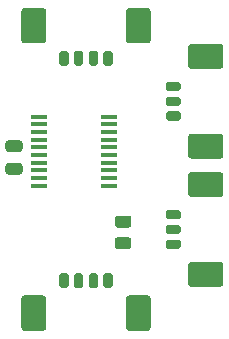
<source format=gbr>
%TF.GenerationSoftware,KiCad,Pcbnew,(5.1.6)-1*%
%TF.CreationDate,2020-12-06T01:56:03+01:00*%
%TF.ProjectId,HorticultureSensor,486f7274-6963-4756-9c74-75726553656e,1.0*%
%TF.SameCoordinates,Original*%
%TF.FileFunction,Paste,Top*%
%TF.FilePolarity,Positive*%
%FSLAX46Y46*%
G04 Gerber Fmt 4.6, Leading zero omitted, Abs format (unit mm)*
G04 Created by KiCad (PCBNEW (5.1.6)-1) date 2020-12-06 01:56:03*
%MOMM*%
%LPD*%
G01*
G04 APERTURE LIST*
%ADD10R,1.450000X0.450000*%
G04 APERTURE END LIST*
%TO.C,J3*%
G36*
G01*
X168866000Y-132632000D02*
X166366000Y-132632000D01*
G75*
G02*
X166116000Y-132382000I0J250000D01*
G01*
X166116000Y-130782000D01*
G75*
G02*
X166366000Y-130532000I250000J0D01*
G01*
X168866000Y-130532000D01*
G75*
G02*
X169116000Y-130782000I0J-250000D01*
G01*
X169116000Y-132382000D01*
G75*
G02*
X168866000Y-132632000I-250000J0D01*
G01*
G37*
G36*
G01*
X168866000Y-140232000D02*
X166366000Y-140232000D01*
G75*
G02*
X166116000Y-139982000I0J250000D01*
G01*
X166116000Y-138382000D01*
G75*
G02*
X166366000Y-138132000I250000J0D01*
G01*
X168866000Y-138132000D01*
G75*
G02*
X169116000Y-138382000I0J-250000D01*
G01*
X169116000Y-139982000D01*
G75*
G02*
X168866000Y-140232000I-250000J0D01*
G01*
G37*
G36*
G01*
X165316000Y-134532000D02*
X164416000Y-134532000D01*
G75*
G02*
X164216000Y-134332000I0J200000D01*
G01*
X164216000Y-133932000D01*
G75*
G02*
X164416000Y-133732000I200000J0D01*
G01*
X165316000Y-133732000D01*
G75*
G02*
X165516000Y-133932000I0J-200000D01*
G01*
X165516000Y-134332000D01*
G75*
G02*
X165316000Y-134532000I-200000J0D01*
G01*
G37*
G36*
G01*
X165316000Y-135782000D02*
X164416000Y-135782000D01*
G75*
G02*
X164216000Y-135582000I0J200000D01*
G01*
X164216000Y-135182000D01*
G75*
G02*
X164416000Y-134982000I200000J0D01*
G01*
X165316000Y-134982000D01*
G75*
G02*
X165516000Y-135182000I0J-200000D01*
G01*
X165516000Y-135582000D01*
G75*
G02*
X165316000Y-135782000I-200000J0D01*
G01*
G37*
G36*
G01*
X165316000Y-137032000D02*
X164416000Y-137032000D01*
G75*
G02*
X164216000Y-136832000I0J200000D01*
G01*
X164216000Y-136432000D01*
G75*
G02*
X164416000Y-136232000I200000J0D01*
G01*
X165316000Y-136232000D01*
G75*
G02*
X165516000Y-136432000I0J-200000D01*
G01*
X165516000Y-136832000D01*
G75*
G02*
X165316000Y-137032000I-200000J0D01*
G01*
G37*
%TD*%
%TO.C,J4*%
G36*
G01*
X160855000Y-143720000D02*
X160855000Y-141220000D01*
G75*
G02*
X161105000Y-140970000I250000J0D01*
G01*
X162705000Y-140970000D01*
G75*
G02*
X162955000Y-141220000I0J-250000D01*
G01*
X162955000Y-143720000D01*
G75*
G02*
X162705000Y-143970000I-250000J0D01*
G01*
X161105000Y-143970000D01*
G75*
G02*
X160855000Y-143720000I0J250000D01*
G01*
G37*
G36*
G01*
X152005000Y-143720000D02*
X152005000Y-141220000D01*
G75*
G02*
X152255000Y-140970000I250000J0D01*
G01*
X153855000Y-140970000D01*
G75*
G02*
X154105000Y-141220000I0J-250000D01*
G01*
X154105000Y-143720000D01*
G75*
G02*
X153855000Y-143970000I-250000J0D01*
G01*
X152255000Y-143970000D01*
G75*
G02*
X152005000Y-143720000I0J250000D01*
G01*
G37*
G36*
G01*
X158955000Y-140170000D02*
X158955000Y-139270000D01*
G75*
G02*
X159155000Y-139070000I200000J0D01*
G01*
X159555000Y-139070000D01*
G75*
G02*
X159755000Y-139270000I0J-200000D01*
G01*
X159755000Y-140170000D01*
G75*
G02*
X159555000Y-140370000I-200000J0D01*
G01*
X159155000Y-140370000D01*
G75*
G02*
X158955000Y-140170000I0J200000D01*
G01*
G37*
G36*
G01*
X157705000Y-140170000D02*
X157705000Y-139270000D01*
G75*
G02*
X157905000Y-139070000I200000J0D01*
G01*
X158305000Y-139070000D01*
G75*
G02*
X158505000Y-139270000I0J-200000D01*
G01*
X158505000Y-140170000D01*
G75*
G02*
X158305000Y-140370000I-200000J0D01*
G01*
X157905000Y-140370000D01*
G75*
G02*
X157705000Y-140170000I0J200000D01*
G01*
G37*
G36*
G01*
X156455000Y-140170000D02*
X156455000Y-139270000D01*
G75*
G02*
X156655000Y-139070000I200000J0D01*
G01*
X157055000Y-139070000D01*
G75*
G02*
X157255000Y-139270000I0J-200000D01*
G01*
X157255000Y-140170000D01*
G75*
G02*
X157055000Y-140370000I-200000J0D01*
G01*
X156655000Y-140370000D01*
G75*
G02*
X156455000Y-140170000I0J200000D01*
G01*
G37*
G36*
G01*
X155205000Y-140170000D02*
X155205000Y-139270000D01*
G75*
G02*
X155405000Y-139070000I200000J0D01*
G01*
X155805000Y-139070000D01*
G75*
G02*
X156005000Y-139270000I0J-200000D01*
G01*
X156005000Y-140170000D01*
G75*
G02*
X155805000Y-140370000I-200000J0D01*
G01*
X155405000Y-140370000D01*
G75*
G02*
X155205000Y-140170000I0J200000D01*
G01*
G37*
%TD*%
%TO.C,J1*%
G36*
G01*
X154105000Y-116884000D02*
X154105000Y-119384000D01*
G75*
G02*
X153855000Y-119634000I-250000J0D01*
G01*
X152255000Y-119634000D01*
G75*
G02*
X152005000Y-119384000I0J250000D01*
G01*
X152005000Y-116884000D01*
G75*
G02*
X152255000Y-116634000I250000J0D01*
G01*
X153855000Y-116634000D01*
G75*
G02*
X154105000Y-116884000I0J-250000D01*
G01*
G37*
G36*
G01*
X162955000Y-116884000D02*
X162955000Y-119384000D01*
G75*
G02*
X162705000Y-119634000I-250000J0D01*
G01*
X161105000Y-119634000D01*
G75*
G02*
X160855000Y-119384000I0J250000D01*
G01*
X160855000Y-116884000D01*
G75*
G02*
X161105000Y-116634000I250000J0D01*
G01*
X162705000Y-116634000D01*
G75*
G02*
X162955000Y-116884000I0J-250000D01*
G01*
G37*
G36*
G01*
X156005000Y-120434000D02*
X156005000Y-121334000D01*
G75*
G02*
X155805000Y-121534000I-200000J0D01*
G01*
X155405000Y-121534000D01*
G75*
G02*
X155205000Y-121334000I0J200000D01*
G01*
X155205000Y-120434000D01*
G75*
G02*
X155405000Y-120234000I200000J0D01*
G01*
X155805000Y-120234000D01*
G75*
G02*
X156005000Y-120434000I0J-200000D01*
G01*
G37*
G36*
G01*
X157255000Y-120434000D02*
X157255000Y-121334000D01*
G75*
G02*
X157055000Y-121534000I-200000J0D01*
G01*
X156655000Y-121534000D01*
G75*
G02*
X156455000Y-121334000I0J200000D01*
G01*
X156455000Y-120434000D01*
G75*
G02*
X156655000Y-120234000I200000J0D01*
G01*
X157055000Y-120234000D01*
G75*
G02*
X157255000Y-120434000I0J-200000D01*
G01*
G37*
G36*
G01*
X158505000Y-120434000D02*
X158505000Y-121334000D01*
G75*
G02*
X158305000Y-121534000I-200000J0D01*
G01*
X157905000Y-121534000D01*
G75*
G02*
X157705000Y-121334000I0J200000D01*
G01*
X157705000Y-120434000D01*
G75*
G02*
X157905000Y-120234000I200000J0D01*
G01*
X158305000Y-120234000D01*
G75*
G02*
X158505000Y-120434000I0J-200000D01*
G01*
G37*
G36*
G01*
X159755000Y-120434000D02*
X159755000Y-121334000D01*
G75*
G02*
X159555000Y-121534000I-200000J0D01*
G01*
X159155000Y-121534000D01*
G75*
G02*
X158955000Y-121334000I0J200000D01*
G01*
X158955000Y-120434000D01*
G75*
G02*
X159155000Y-120234000I200000J0D01*
G01*
X159555000Y-120234000D01*
G75*
G02*
X159755000Y-120434000I0J-200000D01*
G01*
G37*
%TD*%
%TO.C,R1*%
G36*
G01*
X161070001Y-135230000D02*
X160169999Y-135230000D01*
G75*
G02*
X159920000Y-134980001I0J249999D01*
G01*
X159920000Y-134454999D01*
G75*
G02*
X160169999Y-134205000I249999J0D01*
G01*
X161070001Y-134205000D01*
G75*
G02*
X161320000Y-134454999I0J-249999D01*
G01*
X161320000Y-134980001D01*
G75*
G02*
X161070001Y-135230000I-249999J0D01*
G01*
G37*
G36*
G01*
X161070001Y-137055000D02*
X160169999Y-137055000D01*
G75*
G02*
X159920000Y-136805001I0J249999D01*
G01*
X159920000Y-136279999D01*
G75*
G02*
X160169999Y-136030000I249999J0D01*
G01*
X161070001Y-136030000D01*
G75*
G02*
X161320000Y-136279999I0J-249999D01*
G01*
X161320000Y-136805001D01*
G75*
G02*
X161070001Y-137055000I-249999J0D01*
G01*
G37*
%TD*%
%TO.C,C1*%
G36*
G01*
X151859000Y-128836000D02*
X150909000Y-128836000D01*
G75*
G02*
X150659000Y-128586000I0J250000D01*
G01*
X150659000Y-128086000D01*
G75*
G02*
X150909000Y-127836000I250000J0D01*
G01*
X151859000Y-127836000D01*
G75*
G02*
X152109000Y-128086000I0J-250000D01*
G01*
X152109000Y-128586000D01*
G75*
G02*
X151859000Y-128836000I-250000J0D01*
G01*
G37*
G36*
G01*
X151859000Y-130736000D02*
X150909000Y-130736000D01*
G75*
G02*
X150659000Y-130486000I0J250000D01*
G01*
X150659000Y-129986000D01*
G75*
G02*
X150909000Y-129736000I250000J0D01*
G01*
X151859000Y-129736000D01*
G75*
G02*
X152109000Y-129986000I0J-250000D01*
G01*
X152109000Y-130486000D01*
G75*
G02*
X151859000Y-130736000I-250000J0D01*
G01*
G37*
%TD*%
%TO.C,J5*%
G36*
G01*
X168866000Y-121780000D02*
X166366000Y-121780000D01*
G75*
G02*
X166116000Y-121530000I0J250000D01*
G01*
X166116000Y-119930000D01*
G75*
G02*
X166366000Y-119680000I250000J0D01*
G01*
X168866000Y-119680000D01*
G75*
G02*
X169116000Y-119930000I0J-250000D01*
G01*
X169116000Y-121530000D01*
G75*
G02*
X168866000Y-121780000I-250000J0D01*
G01*
G37*
G36*
G01*
X168866000Y-129380000D02*
X166366000Y-129380000D01*
G75*
G02*
X166116000Y-129130000I0J250000D01*
G01*
X166116000Y-127530000D01*
G75*
G02*
X166366000Y-127280000I250000J0D01*
G01*
X168866000Y-127280000D01*
G75*
G02*
X169116000Y-127530000I0J-250000D01*
G01*
X169116000Y-129130000D01*
G75*
G02*
X168866000Y-129380000I-250000J0D01*
G01*
G37*
G36*
G01*
X165316000Y-123680000D02*
X164416000Y-123680000D01*
G75*
G02*
X164216000Y-123480000I0J200000D01*
G01*
X164216000Y-123080000D01*
G75*
G02*
X164416000Y-122880000I200000J0D01*
G01*
X165316000Y-122880000D01*
G75*
G02*
X165516000Y-123080000I0J-200000D01*
G01*
X165516000Y-123480000D01*
G75*
G02*
X165316000Y-123680000I-200000J0D01*
G01*
G37*
G36*
G01*
X165316000Y-124930000D02*
X164416000Y-124930000D01*
G75*
G02*
X164216000Y-124730000I0J200000D01*
G01*
X164216000Y-124330000D01*
G75*
G02*
X164416000Y-124130000I200000J0D01*
G01*
X165316000Y-124130000D01*
G75*
G02*
X165516000Y-124330000I0J-200000D01*
G01*
X165516000Y-124730000D01*
G75*
G02*
X165316000Y-124930000I-200000J0D01*
G01*
G37*
G36*
G01*
X165316000Y-126180000D02*
X164416000Y-126180000D01*
G75*
G02*
X164216000Y-125980000I0J200000D01*
G01*
X164216000Y-125580000D01*
G75*
G02*
X164416000Y-125380000I200000J0D01*
G01*
X165316000Y-125380000D01*
G75*
G02*
X165516000Y-125580000I0J-200000D01*
G01*
X165516000Y-125980000D01*
G75*
G02*
X165316000Y-126180000I-200000J0D01*
G01*
G37*
%TD*%
D10*
%TO.C,U1*%
X153525000Y-131675000D03*
X153525000Y-131025000D03*
X153525000Y-130375000D03*
X153525000Y-129725000D03*
X153525000Y-129075000D03*
X153525000Y-128425000D03*
X153525000Y-127775000D03*
X153525000Y-127125000D03*
X153525000Y-126475000D03*
X153525000Y-125825000D03*
X159425000Y-125825000D03*
X159425000Y-126475000D03*
X159425000Y-127125000D03*
X159425000Y-127775000D03*
X159425000Y-128425000D03*
X159425000Y-129075000D03*
X159425000Y-129725000D03*
X159425000Y-130375000D03*
X159425000Y-131025000D03*
X159425000Y-131675000D03*
%TD*%
M02*

</source>
